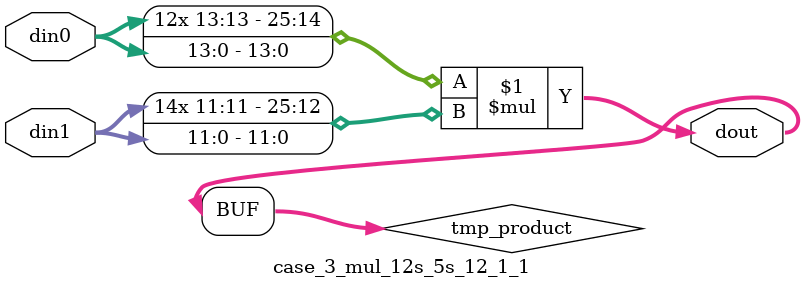
<source format=v>

`timescale 1 ns / 1 ps

 module case_3_mul_12s_5s_12_1_1(din0, din1, dout);
parameter ID = 1;
parameter NUM_STAGE = 0;
parameter din0_WIDTH = 14;
parameter din1_WIDTH = 12;
parameter dout_WIDTH = 26;

input [din0_WIDTH - 1 : 0] din0; 
input [din1_WIDTH - 1 : 0] din1; 
output [dout_WIDTH - 1 : 0] dout;

wire signed [dout_WIDTH - 1 : 0] tmp_product;



























assign tmp_product = $signed(din0) * $signed(din1);








assign dout = tmp_product;





















endmodule

</source>
